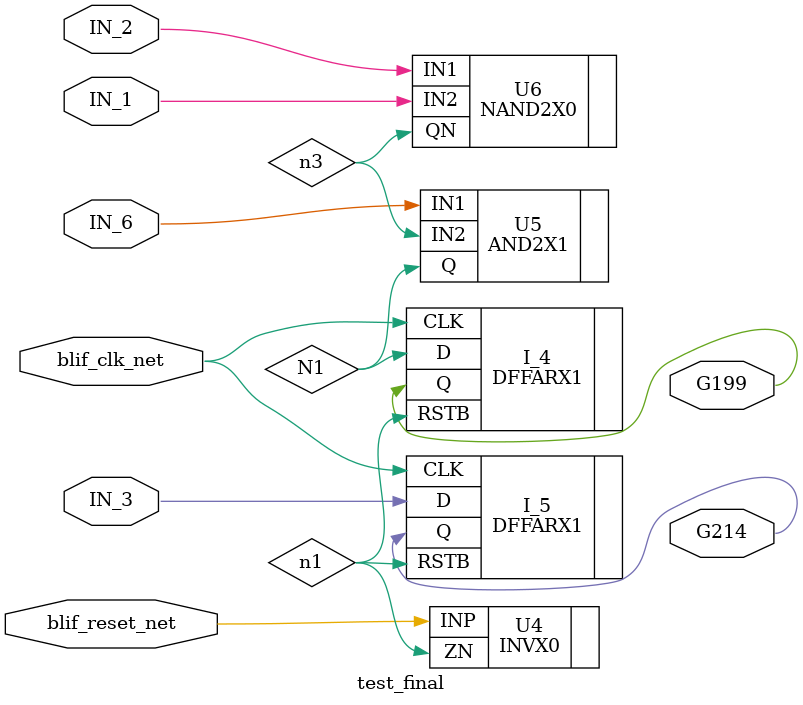
<source format=v>


module test_final ( blif_clk_net, blif_reset_net, IN_1, IN_2, IN_3, IN_6, G199, 
        G214 );
  input blif_clk_net, blif_reset_net, IN_1, IN_2, IN_3, IN_6;
  output G199, G214;
  wire   N1, n1, n3;

  DFFARX1 I_4 ( .D(N1), .CLK(blif_clk_net), .RSTB(n1), .Q(G199) );
  DFFARX1 I_5 ( .D(IN_3), .CLK(blif_clk_net), .RSTB(n1), .Q(G214) );
  INVX0 U4 ( .INP(blif_reset_net), .ZN(n1) );
  AND2X1 U5 ( .IN1(IN_6), .IN2(n3), .Q(N1) );
  NAND2X0 U6 ( .IN1(IN_2), .IN2(IN_1), .QN(n3) );
endmodule


</source>
